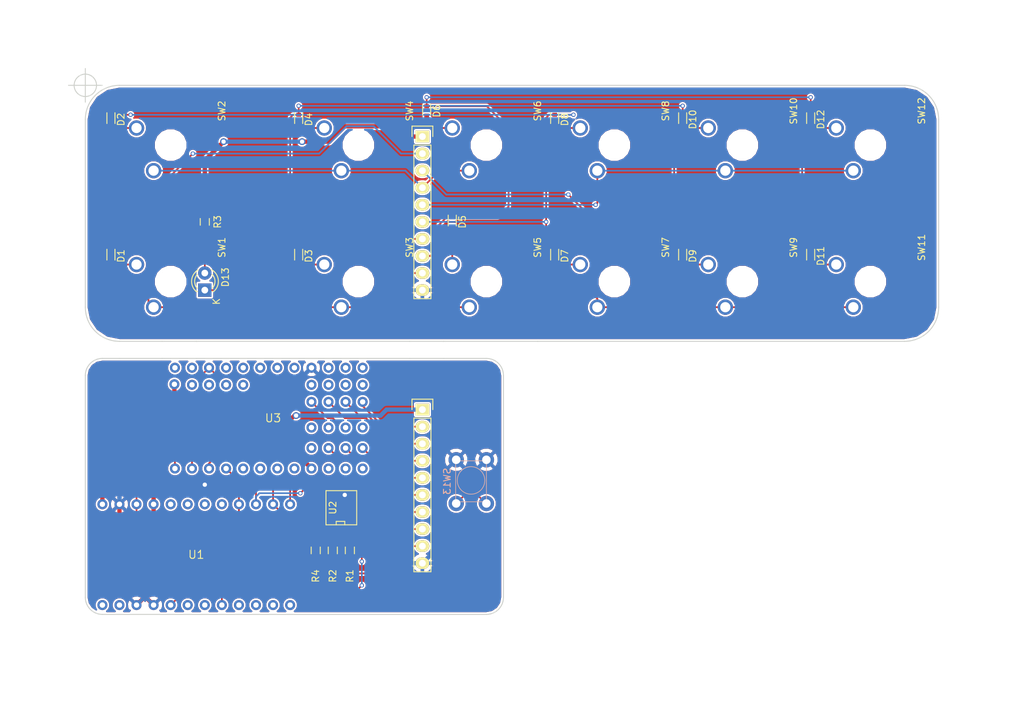
<source format=kicad_pcb>
(kicad_pcb (version 4) (host pcbnew 4.0.4-stable)
  (layers (0 F.Cu signal) (31 B.Cu signal) (34 B.Paste user) (35 F.Paste user) (36 B.SilkS user) (37 F.SilkS user) (38 B.Mask user) (39 F.Mask user) (44 Edge.Cuts user))
  (net 0 "")
  (net 1 /LED_MACRO)
  (net 2 "Net-(D1-Pad2)")
  (net 3 "Net-(D2-Pad2)")
  (net 4 "Net-(D3-Pad2)")
  (net 5 "Net-(D4-Pad2)")
  (net 6 "Net-(D5-Pad2)")
  (net 7 "Net-(D6-Pad2)")
  (net 8 "Net-(D7-Pad2)")
  (net 9 "Net-(D8-Pad2)")
  (net 10 "Net-(D9-Pad2)")
  (net 11 "Net-(D10-Pad2)")
  (net 12 "Net-(D11-Pad2)")
  (net 13 "Net-(D12-Pad2)")
  (net 14 "Net-(D13-Pad2)")
  (net 15 +3V3)
  (net 16 GND)
  (net 17 "Net-(R2-Pad2)")
  (net 18 /FLASH_SS)
  (net 19 /SCK)
  (net 20 /MISO)
  (net 21 /MOSI)
  (net 22 /USB_SS)
  (net 23 +5V)
  (net 24 "Net-(R1-Pad2)")
  (net 25 /kR1)
  (net 26 /kR2)
  (net 27 /kLED_MACRO)
  (net 28 /kC3)
  (net 29 /kC1)
  (net 30 /kC0)
  (net 31 /RST)
  (net 32 /kR0)
  (net 33 /GO0)
  (net 34 /GO1)
  (net 35 /GO2)
  (net 36 /GO3)
  (net 37 /GI0)
  (net 38 /GI1)
  (net 39 /GI2)
  (net 40 /kC2)
  (module components:UHS_MINI (layer F.Cu) (at 52.705 74.93)
    (fp_text reference U3 (at 0.635 0 180) (layer F.SilkS) (effects (font (size 1.2 1.2))))
    (fp_text value USB_HOST_SHIELD_MINI)
    (pad 25 thru_hole circle (at -14.05 -5.04) (size 1.5 1.5) (drill 0.8) (layers *.Cu *.Mask) (net 23 +5V))
    (pad 29 thru_hole circle (at -3.81 -4.96) (size 1.5 1.5) (drill 0.8) (layers *.Cu *.Mask))
    (pad 28 thru_hole circle (at -6.35 -4.96) (size 1.5 1.5) (drill 0.8) (layers *.Cu *.Mask))
    (pad 27 thru_hole circle (at -8.89 -4.96) (size 1.5 1.5) (drill 0.8) (layers *.Cu *.Mask))
    (pad 26 thru_hole circle (at -11.43 -4.96) (size 1.5 1.5) (drill 0.8) (layers *.Cu *.Mask))
    (pad 41 thru_hole circle (at 6.35 -2.42) (size 1.5 1.5) (drill 0.8) (layers *.Cu *.Mask) (net 36 /GO3))
    (pad 40 thru_hole circle (at 8.89 -2.42) (size 1.5 1.5) (drill 0.8) (layers *.Cu *.Mask) (net 35 /GO2))
    (pad 39 thru_hole circle (at 11.43 -2.42) (size 1.5 1.5) (drill 0.8) (layers *.Cu *.Mask) (net 34 /GO1))
    (pad 38 thru_hole circle (at 13.97 -2.42) (size 1.5 1.5) (drill 0.8) (layers *.Cu *.Mask) (net 33 /GO0))
    (pad 42 thru_hole circle (at 13.97 -4.96) (size 1.5 1.5) (drill 0.8) (layers *.Cu *.Mask))
    (pad 43 thru_hole circle (at 11.43 -4.96) (size 1.5 1.5) (drill 0.8) (layers *.Cu *.Mask))
    (pad 44 thru_hole circle (at 8.89 -4.96) (size 1.5 1.5) (drill 0.8) (layers *.Cu *.Mask))
    (pad 45 thru_hole circle (at 6.35 -4.96) (size 1.5 1.5) (drill 0.8) (layers *.Cu *.Mask))
    (pad 37 thru_hole circle (at 6.35 1.404) (size 1.5 1.5) (drill 0.8) (layers *.Cu *.Mask))
    (pad 36 thru_hole circle (at 8.89 1.404) (size 1.5 1.5) (drill 0.8) (layers *.Cu *.Mask))
    (pad 35 thru_hole circle (at 11.43 1.404) (size 1.5 1.5) (drill 0.8) (layers *.Cu *.Mask))
    (pad 34 thru_hole circle (at 13.97 1.404) (size 1.5 1.5) (drill 0.8) (layers *.Cu *.Mask))
    (pad 30 thru_hole circle (at 13.97 4.452) (size 1.5 1.5) (drill 0.8) (layers *.Cu *.Mask) (net 37 /GI0))
    (pad 31 thru_hole circle (at 11.43 4.452) (size 1.5 1.5) (drill 0.8) (layers *.Cu *.Mask) (net 38 /GI1))
    (pad 32 thru_hole circle (at 8.89 4.452) (size 1.5 1.5) (drill 0.8) (layers *.Cu *.Mask) (net 39 /GI2))
    (pad 33 thru_hole circle (at 6.35 4.452) (size 1.5 1.5) (drill 0.8) (layers *.Cu *.Mask))
    (pad 24 thru_hole circle (at -13.97 -7.5) (size 1.5 1.5) (drill 0.8) (layers *.Cu *.Mask))
    (pad 1 thru_hole circle (at -13.97 7.5) (size 1.5 1.5) (drill 0.8) (layers *.Cu *.Mask) (net 22 /USB_SS))
    (pad 23 thru_hole circle (at -11.43 -7.5) (size 1.5 1.5) (drill 0.8) (layers *.Cu *.Mask))
    (pad 2 thru_hole circle (at -11.43 7.5) (size 1.5 1.5) (drill 0.8) (layers *.Cu *.Mask) (net 21 /MOSI))
    (pad 22 thru_hole circle (at -8.89 -7.5) (size 1.5 1.5) (drill 0.8) (layers *.Cu *.Mask) (net 31 /RST))
    (pad 3 thru_hole circle (at -8.89 7.5) (size 1.5 1.5) (drill 0.8) (layers *.Cu *.Mask) (net 20 /MISO))
    (pad 21 thru_hole circle (at -6.35 -7.5) (size 1.5 1.5) (drill 0.8) (layers *.Cu *.Mask))
    (pad 4 thru_hole circle (at -6.35 7.5) (size 1.5 1.5) (drill 0.8) (layers *.Cu *.Mask) (net 19 /SCK))
    (pad 20 thru_hole circle (at -3.81 -7.5) (size 1.5 1.5) (drill 0.8) (layers *.Cu *.Mask))
    (pad 5 thru_hole circle (at -3.81 7.5) (size 1.5 1.5) (drill 0.8) (layers *.Cu *.Mask))
    (pad 19 thru_hole circle (at -1.27 -7.5) (size 1.5 1.5) (drill 0.8) (layers *.Cu *.Mask))
    (pad 6 thru_hole circle (at -1.27 7.5) (size 1.5 1.5) (drill 0.8) (layers *.Cu *.Mask))
    (pad 18 thru_hole circle (at 1.27 -7.5) (size 1.5 1.5) (drill 0.8) (layers *.Cu *.Mask))
    (pad 7 thru_hole circle (at 1.27 7.5) (size 1.5 1.5) (drill 0.8) (layers *.Cu *.Mask))
    (pad 17 thru_hole circle (at 3.81 -7.5) (size 1.5 1.5) (drill 0.8) (layers *.Cu *.Mask))
    (pad 8 thru_hole circle (at 3.81 7.5) (size 1.5 1.5) (drill 0.8) (layers *.Cu *.Mask))
    (pad 16 thru_hole circle (at 6.35 -7.5) (size 1.5 1.5) (drill 0.8) (layers *.Cu *.Mask) (net 16 GND))
    (pad 9 thru_hole circle (at 6.35 7.5) (size 1.5 1.5) (drill 0.8) (layers *.Cu *.Mask) (net 15 +3V3))
    (pad 15 thru_hole circle (at 8.89 -7.5) (size 1.5 1.5) (drill 0.8) (layers *.Cu *.Mask))
    (pad 10 thru_hole circle (at 8.89 7.5) (size 1.5 1.5) (drill 0.8) (layers *.Cu *.Mask))
    (pad 14 thru_hole circle (at 11.43 -7.5) (size 1.5 1.5) (drill 0.8) (layers *.Cu *.Mask))
    (pad 11 thru_hole circle (at 11.43 7.5) (size 1.5 1.5) (drill 0.8) (layers *.Cu *.Mask))
    (pad 13 thru_hole circle (at 13.97 -7.5) (size 1.5 1.5) (drill 0.8) (layers *.Cu *.Mask))
    (pad 12 thru_hole circle (at 13.97 7.5) (size 1.5 1.5) (drill 0.8) (layers *.Cu *.Mask))
  )
  (module Diodes_SMD:SOD-523 (layer F.Cu) (at 29.21 30.48 270)
    (fp_text reference D2 (at 0 -1.5 270) (layer F.SilkS))
    (fp_text value D)
    (pad 2 smd rect (at 0.7 0 90) (size 0.6 0.7) (layers F.Cu F.Paste F.Mask) (net 3 "Net-(D2-Pad2)"))
    (pad 1 smd rect (at -0.7 0 90) (size 0.6 0.7) (layers F.Cu F.Paste F.Mask) (net 32 /kR0))
  )
  (module Diodes_SMD:SOD-523 (layer F.Cu) (at 57.15 50.8 270)
    (fp_text reference D3 (at 0 -1.5 270) (layer F.SilkS))
    (fp_text value D)
    (pad 2 smd rect (at 0.7 0 90) (size 0.6 0.7) (layers F.Cu F.Paste F.Mask) (net 4 "Net-(D3-Pad2)"))
    (pad 1 smd rect (at -0.7 0 90) (size 0.6 0.7) (layers F.Cu F.Paste F.Mask) (net 25 /kR1))
  )
  (module Diodes_SMD:SOD-523 (layer F.Cu) (at 57.15 30.48 270)
    (fp_text reference D4 (at 0 -1.5 270) (layer F.SilkS))
    (fp_text value D)
    (pad 2 smd rect (at 0.7 0 90) (size 0.6 0.7) (layers F.Cu F.Paste F.Mask) (net 5 "Net-(D4-Pad2)"))
    (pad 1 smd rect (at -0.7 0 90) (size 0.6 0.7) (layers F.Cu F.Paste F.Mask) (net 25 /kR1))
  )
  (module Diodes_SMD:SOD-523 (layer F.Cu) (at 80.01 45.72 270)
    (fp_text reference D5 (at 0 -1.5 270) (layer F.SilkS))
    (fp_text value D)
    (pad 2 smd rect (at 0.7 0 90) (size 0.6 0.7) (layers F.Cu F.Paste F.Mask) (net 6 "Net-(D5-Pad2)"))
    (pad 1 smd rect (at -0.7 0 90) (size 0.6 0.7) (layers F.Cu F.Paste F.Mask) (net 26 /kR2))
  )
  (module Diodes_SMD:SOD-523 (layer F.Cu) (at 76.2 29.21 270)
    (fp_text reference D6 (at 0 -1.5 270) (layer F.SilkS))
    (fp_text value D)
    (pad 2 smd rect (at 0.7 0 90) (size 0.6 0.7) (layers F.Cu F.Paste F.Mask) (net 7 "Net-(D6-Pad2)"))
    (pad 1 smd rect (at -0.7 0 90) (size 0.6 0.7) (layers F.Cu F.Paste F.Mask) (net 26 /kR2))
  )
  (module Diodes_SMD:SOD-523 (layer F.Cu) (at 95.25 50.8 270)
    (fp_text reference D7 (at 0 -1.5 270) (layer F.SilkS))
    (fp_text value D)
    (pad 2 smd rect (at 0.7 0 90) (size 0.6 0.7) (layers F.Cu F.Paste F.Mask) (net 8 "Net-(D7-Pad2)"))
    (pad 1 smd rect (at -0.7 0 90) (size 0.6 0.7) (layers F.Cu F.Paste F.Mask) (net 32 /kR0))
  )
  (module Diodes_SMD:SOD-523 (layer F.Cu) (at 95.25 30.48 270)
    (fp_text reference D8 (at 0 -1.5 270) (layer F.SilkS))
    (fp_text value D)
    (pad 2 smd rect (at 0.7 0 90) (size 0.6 0.7) (layers F.Cu F.Paste F.Mask) (net 9 "Net-(D8-Pad2)"))
    (pad 1 smd rect (at -0.7 0 90) (size 0.6 0.7) (layers F.Cu F.Paste F.Mask) (net 32 /kR0))
  )
  (module Diodes_SMD:SOD-523 (layer F.Cu) (at 114.3 50.8 270)
    (fp_text reference D9 (at 0 -1.5 270) (layer F.SilkS))
    (fp_text value D)
    (pad 2 smd rect (at 0.7 0 90) (size 0.6 0.7) (layers F.Cu F.Paste F.Mask) (net 10 "Net-(D9-Pad2)"))
    (pad 1 smd rect (at -0.7 0 90) (size 0.6 0.7) (layers F.Cu F.Paste F.Mask) (net 25 /kR1))
  )
  (module Diodes_SMD:SOD-523 (layer F.Cu) (at 114.3 30.48 270)
    (fp_text reference D10 (at 0 -1.5 270) (layer F.SilkS))
    (fp_text value D)
    (pad 2 smd rect (at 0.7 0 90) (size 0.6 0.7) (layers F.Cu F.Paste F.Mask) (net 11 "Net-(D10-Pad2)"))
    (pad 1 smd rect (at -0.7 0 90) (size 0.6 0.7) (layers F.Cu F.Paste F.Mask) (net 25 /kR1))
  )
  (module Diodes_SMD:SOD-523 (layer F.Cu) (at 133.35 50.8 270)
    (fp_text reference D11 (at 0 -1.5 270) (layer F.SilkS))
    (fp_text value D)
    (pad 2 smd rect (at 0.7 0 90) (size 0.6 0.7) (layers F.Cu F.Paste F.Mask) (net 12 "Net-(D11-Pad2)"))
    (pad 1 smd rect (at -0.7 0 90) (size 0.6 0.7) (layers F.Cu F.Paste F.Mask) (net 26 /kR2))
  )
  (module Diodes_SMD:SOD-523 (layer F.Cu) (at 133.35 30.48 270)
    (fp_text reference D12 (at 0 -1.5 270) (layer F.SilkS))
    (fp_text value D)
    (pad 2 smd rect (at 0.7 0 90) (size 0.6 0.7) (layers F.Cu F.Paste F.Mask) (net 13 "Net-(D12-Pad2)"))
    (pad 1 smd rect (at -0.7 0 90) (size 0.6 0.7) (layers F.Cu F.Paste F.Mask) (net 26 /kR2))
  )
  (module Pin_Headers:Pin_Header_Straight_1x10 (layer F.Cu) (at 75.565 73.66)
    (fp_text reference P1 hide)
    (fp_text value CONN_01X10)
    (pad 1 thru_hole rect (at 0 0) (size 2.032 1.7272) (drill 1.016) (layers *.Cu *.Mask F.SilkS) (net 15 +3V3))
    (pad 2 thru_hole oval (at 0 2.54) (size 2.032 1.7272) (drill 1.016) (layers *.Cu *.Mask F.SilkS) (net 33 /GO0))
    (pad 3 thru_hole oval (at 0 5.08) (size 2.032 1.7272) (drill 1.016) (layers *.Cu *.Mask F.SilkS) (net 34 /GO1))
    (pad 4 thru_hole oval (at 0 7.62) (size 2.032 1.7272) (drill 1.016) (layers *.Cu *.Mask F.SilkS) (net 35 /GO2))
    (pad 5 thru_hole oval (at 0 10.16) (size 2.032 1.7272) (drill 1.016) (layers *.Cu *.Mask F.SilkS) (net 36 /GO3))
    (pad 6 thru_hole oval (at 0 12.7) (size 2.032 1.7272) (drill 1.016) (layers *.Cu *.Mask F.SilkS) (net 37 /GI0))
    (pad 7 thru_hole oval (at 0 15.24) (size 2.032 1.7272) (drill 1.016) (layers *.Cu *.Mask F.SilkS) (net 38 /GI1))
    (pad 8 thru_hole oval (at 0 17.78) (size 2.032 1.7272) (drill 1.016) (layers *.Cu *.Mask F.SilkS) (net 39 /GI2))
    (pad 9 thru_hole oval (at 0 20.32) (size 2.032 1.7272) (drill 1.016) (layers *.Cu *.Mask F.SilkS) (net 1 /LED_MACRO))
    (pad 10 thru_hole oval (at 0 22.86) (size 2.032 1.7272) (drill 1.016) (layers *.Cu *.Mask F.SilkS) (net 16 GND))
  )
  (module Pin_Headers:Pin_Header_Straight_1x10 (layer F.Cu) (at 75.565 33.02)
    (fp_text reference P2 hide)
    (fp_text value CONN_01X10)
    (pad 1 thru_hole rect (at 0 0) (size 2.032 1.7272) (drill 1.016) (layers *.Cu *.Mask F.SilkS) (net 15 +3V3))
    (pad 2 thru_hole oval (at 0 2.54) (size 2.032 1.7272) (drill 1.016) (layers *.Cu *.Mask F.SilkS) (net 30 /kC0))
    (pad 3 thru_hole oval (at 0 5.08) (size 2.032 1.7272) (drill 1.016) (layers *.Cu *.Mask F.SilkS) (net 29 /kC1))
    (pad 4 thru_hole oval (at 0 7.62) (size 2.032 1.7272) (drill 1.016) (layers *.Cu *.Mask F.SilkS) (net 40 /kC2))
    (pad 5 thru_hole oval (at 0 10.16) (size 2.032 1.7272) (drill 1.016) (layers *.Cu *.Mask F.SilkS) (net 28 /kC3))
    (pad 6 thru_hole oval (at 0 12.7) (size 2.032 1.7272) (drill 1.016) (layers *.Cu *.Mask F.SilkS) (net 32 /kR0))
    (pad 7 thru_hole oval (at 0 15.24) (size 2.032 1.7272) (drill 1.016) (layers *.Cu *.Mask F.SilkS) (net 25 /kR1))
    (pad 8 thru_hole oval (at 0 17.78) (size 2.032 1.7272) (drill 1.016) (layers *.Cu *.Mask F.SilkS) (net 26 /kR2))
    (pad 9 thru_hole oval (at 0 20.32) (size 2.032 1.7272) (drill 1.016) (layers *.Cu *.Mask F.SilkS) (net 27 /kLED_MACRO))
    (pad 10 thru_hole oval (at 0 22.86) (size 2.032 1.7272) (drill 1.016) (layers *.Cu *.Mask F.SilkS) (net 16 GND))
  )
  (module Resistors_SMD:R_0603_HandSoldering (layer F.Cu) (at 64.77 94.615 90)
    (fp_text reference R1 (at -3.81 0 90) (layer F.SilkS))
    (fp_text value 4k7)
    (pad 1 smd rect (at -1.1 0 90) (size 1.2 0.9) (layers F.Cu F.Paste F.Mask) (net 15 +3V3))
    (pad 2 smd rect (at 1.1 0 90) (size 1.2 0.9) (layers F.Cu F.Paste F.Mask) (net 24 "Net-(R1-Pad2)"))
  )
  (module Resistors_SMD:R_0603_HandSoldering (layer F.Cu) (at 62.23 94.615 90)
    (fp_text reference R2 (at -3.81 0 90) (layer F.SilkS))
    (fp_text value 4k7)
    (pad 1 smd rect (at -1.1 0 90) (size 1.2 0.9) (layers F.Cu F.Paste F.Mask) (net 15 +3V3))
    (pad 2 smd rect (at 1.1 0 90) (size 1.2 0.9) (layers F.Cu F.Paste F.Mask) (net 17 "Net-(R2-Pad2)"))
  )
  (module Resistors_SMD:R_0603_HandSoldering (layer F.Cu) (at 43.18 45.72 270)
    (fp_text reference R3 (at 0 -1.9 270) (layer F.SilkS))
    (fp_text value 330)
    (pad 1 smd rect (at -1.1 0 270) (size 1.2 0.9) (layers F.Cu F.Paste F.Mask) (net 15 +3V3))
    (pad 2 smd rect (at 1.1 0 270) (size 1.2 0.9) (layers F.Cu F.Paste F.Mask) (net 14 "Net-(D13-Pad2)"))
  )
  (module components:CHERRY_MX (layer F.Cu) (at 38.1 54.61 90)
    (fp_text reference SW1 (at 5.08 7.62 90) (layer F.SilkS))
    (fp_text value SW_PUSH_SMALL_H)
    (pad "" np_thru_hole circle (at 0 0 90) (size 4.191 4.191) (drill 4.191) (layers *.Cu *.Adhes))
    (pad 1 thru_hole circle (at -3.81 -2.54 90) (size 2.286 2.286) (drill 1.524) (layers *.Cu *.Mask) (net 30 /kC0))
    (pad 2 thru_hole circle (at 2.54 -5.08 90) (size 2.286 2.286) (drill 1.524) (layers *.Cu *.Mask) (net 2 "Net-(D1-Pad2)"))
  )
  (module components:CHERRY_MX (layer F.Cu) (at 38.1 34.29 90)
    (fp_text reference SW2 (at 5.08 7.62 90) (layer F.SilkS))
    (fp_text value SW_PUSH_SMALL_H)
    (pad "" np_thru_hole circle (at 0 0 90) (size 4.191 4.191) (drill 4.191) (layers *.Cu *.Adhes))
    (pad 1 thru_hole circle (at -3.81 -2.54 90) (size 2.286 2.286) (drill 1.524) (layers *.Cu *.Mask) (net 40 /kC2))
    (pad 2 thru_hole circle (at 2.54 -5.08 90) (size 2.286 2.286) (drill 1.524) (layers *.Cu *.Mask) (net 3 "Net-(D2-Pad2)"))
  )
  (module components:CHERRY_MX (layer F.Cu) (at 66.04 54.61 90)
    (fp_text reference SW3 (at 5.08 7.62 90) (layer F.SilkS))
    (fp_text value SW_PUSH_SMALL_H)
    (pad "" np_thru_hole circle (at 0 0 90) (size 4.191 4.191) (drill 4.191) (layers *.Cu *.Adhes))
    (pad 1 thru_hole circle (at -3.81 -2.54 90) (size 2.286 2.286) (drill 1.524) (layers *.Cu *.Mask) (net 30 /kC0))
    (pad 2 thru_hole circle (at 2.54 -5.08 90) (size 2.286 2.286) (drill 1.524) (layers *.Cu *.Mask) (net 4 "Net-(D3-Pad2)"))
  )
  (module components:CHERRY_MX (layer F.Cu) (at 66.04 34.29 90)
    (fp_text reference SW4 (at 5.08 7.62 90) (layer F.SilkS))
    (fp_text value SW_PUSH_SMALL_H)
    (pad "" np_thru_hole circle (at 0 0 90) (size 4.191 4.191) (drill 4.191) (layers *.Cu *.Adhes))
    (pad 1 thru_hole circle (at -3.81 -2.54 90) (size 2.286 2.286) (drill 1.524) (layers *.Cu *.Mask) (net 40 /kC2))
    (pad 2 thru_hole circle (at 2.54 -5.08 90) (size 2.286 2.286) (drill 1.524) (layers *.Cu *.Mask) (net 5 "Net-(D4-Pad2)"))
  )
  (module components:CHERRY_MX (layer F.Cu) (at 85.09 54.61 90)
    (fp_text reference SW5 (at 5.08 7.62 90) (layer F.SilkS))
    (fp_text value SW_PUSH_SMALL_H)
    (pad "" np_thru_hole circle (at 0 0 90) (size 4.191 4.191) (drill 4.191) (layers *.Cu *.Adhes))
    (pad 1 thru_hole circle (at -3.81 -2.54 90) (size 2.286 2.286) (drill 1.524) (layers *.Cu *.Mask) (net 30 /kC0))
    (pad 2 thru_hole circle (at 2.54 -5.08 90) (size 2.286 2.286) (drill 1.524) (layers *.Cu *.Mask) (net 6 "Net-(D5-Pad2)"))
  )
  (module components:CHERRY_MX (layer F.Cu) (at 85.09 34.29 90)
    (fp_text reference SW6 (at 5.08 7.62 90) (layer F.SilkS))
    (fp_text value SW_PUSH_SMALL_H)
    (pad "" np_thru_hole circle (at 0 0 90) (size 4.191 4.191) (drill 4.191) (layers *.Cu *.Adhes))
    (pad 1 thru_hole circle (at -3.81 -2.54 90) (size 2.286 2.286) (drill 1.524) (layers *.Cu *.Mask) (net 40 /kC2))
    (pad 2 thru_hole circle (at 2.54 -5.08 90) (size 2.286 2.286) (drill 1.524) (layers *.Cu *.Mask) (net 7 "Net-(D6-Pad2)"))
  )
  (module components:CHERRY_MX (layer F.Cu) (at 104.14 54.61 90)
    (fp_text reference SW7 (at 5.08 7.62 90) (layer F.SilkS))
    (fp_text value SW_PUSH_SMALL_H)
    (pad "" np_thru_hole circle (at 0 0 90) (size 4.191 4.191) (drill 4.191) (layers *.Cu *.Adhes))
    (pad 1 thru_hole circle (at -3.81 -2.54 90) (size 2.286 2.286) (drill 1.524) (layers *.Cu *.Mask) (net 29 /kC1))
    (pad 2 thru_hole circle (at 2.54 -5.08 90) (size 2.286 2.286) (drill 1.524) (layers *.Cu *.Mask) (net 8 "Net-(D7-Pad2)"))
  )
  (module components:CHERRY_MX (layer F.Cu) (at 104.14 34.29 90)
    (fp_text reference SW8 (at 5.08 7.62 90) (layer F.SilkS))
    (fp_text value SW_PUSH_SMALL_H)
    (pad "" np_thru_hole circle (at 0 0 90) (size 4.191 4.191) (drill 4.191) (layers *.Cu *.Adhes))
    (pad 1 thru_hole circle (at -3.81 -2.54 90) (size 2.286 2.286) (drill 1.524) (layers *.Cu *.Mask) (net 28 /kC3))
    (pad 2 thru_hole circle (at 2.54 -5.08 90) (size 2.286 2.286) (drill 1.524) (layers *.Cu *.Mask) (net 9 "Net-(D8-Pad2)"))
  )
  (module components:CHERRY_MX (layer F.Cu) (at 123.19 54.61 90)
    (fp_text reference SW9 (at 5.08 7.62 90) (layer F.SilkS))
    (fp_text value SW_PUSH_SMALL_H)
    (pad "" np_thru_hole circle (at 0 0 90) (size 4.191 4.191) (drill 4.191) (layers *.Cu *.Adhes))
    (pad 1 thru_hole circle (at -3.81 -2.54 90) (size 2.286 2.286) (drill 1.524) (layers *.Cu *.Mask) (net 29 /kC1))
    (pad 2 thru_hole circle (at 2.54 -5.08 90) (size 2.286 2.286) (drill 1.524) (layers *.Cu *.Mask) (net 10 "Net-(D9-Pad2)"))
  )
  (module components:CHERRY_MX (layer F.Cu) (at 123.19 34.29 90)
    (fp_text reference SW10 (at 5.08 7.62 90) (layer F.SilkS))
    (fp_text value SW_PUSH_SMALL_H)
    (pad "" np_thru_hole circle (at 0 0 90) (size 4.191 4.191) (drill 4.191) (layers *.Cu *.Adhes))
    (pad 1 thru_hole circle (at -3.81 -2.54 90) (size 2.286 2.286) (drill 1.524) (layers *.Cu *.Mask) (net 28 /kC3))
    (pad 2 thru_hole circle (at 2.54 -5.08 90) (size 2.286 2.286) (drill 1.524) (layers *.Cu *.Mask) (net 11 "Net-(D10-Pad2)"))
  )
  (module components:CHERRY_MX (layer F.Cu) (at 142.24 54.61 90)
    (fp_text reference SW11 (at 5.08 7.62 90) (layer F.SilkS))
    (fp_text value SW_PUSH_SMALL_H)
    (pad "" np_thru_hole circle (at 0 0 90) (size 4.191 4.191) (drill 4.191) (layers *.Cu *.Adhes))
    (pad 1 thru_hole circle (at -3.81 -2.54 90) (size 2.286 2.286) (drill 1.524) (layers *.Cu *.Mask) (net 29 /kC1))
    (pad 2 thru_hole circle (at 2.54 -5.08 90) (size 2.286 2.286) (drill 1.524) (layers *.Cu *.Mask) (net 12 "Net-(D11-Pad2)"))
  )
  (module components:CHERRY_MX (layer F.Cu) (at 142.24 34.29 90)
    (fp_text reference SW12 (at 5.08 7.62 90) (layer F.SilkS))
    (fp_text value SW_PUSH_SMALL_H)
    (pad "" np_thru_hole circle (at 0 0 90) (size 4.191 4.191) (drill 4.191) (layers *.Cu *.Adhes))
    (pad 1 thru_hole circle (at -3.81 -2.54 90) (size 2.286 2.286) (drill 1.524) (layers *.Cu *.Mask) (net 28 /kC3))
    (pad 2 thru_hole circle (at 2.54 -5.08 90) (size 2.286 2.286) (drill 1.524) (layers *.Cu *.Mask) (net 13 "Net-(D12-Pad2)"))
  )
  (module SMD_Packages:SOIC-8-N (layer F.Cu) (at 63.5 88.265 90)
    (fp_text reference U2 (at 0 -1.27 90) (layer F.SilkS))
    (fp_text value IS25LQ)
    (pad 8 smd rect (at -1.905 -3.175 90) (size 0.508 1.143) (layers F.Cu F.Paste F.Mask) (net 15 +3V3))
    (pad 7 smd rect (at -0.635 -3.175 90) (size 0.508 1.143) (layers F.Cu F.Paste F.Mask) (net 17 "Net-(R2-Pad2)"))
    (pad 6 smd rect (at 0.635 -3.175 90) (size 0.508 1.143) (layers F.Cu F.Paste F.Mask) (net 19 /SCK))
    (pad 5 smd rect (at 1.905 -3.175 90) (size 0.508 1.143) (layers F.Cu F.Paste F.Mask) (net 21 /MOSI))
    (pad 4 smd rect (at 1.905 3.175 90) (size 0.508 1.143) (layers F.Cu F.Paste F.Mask) (net 16 GND))
    (pad 3 smd rect (at 0.635 3.175 90) (size 0.508 1.143) (layers F.Cu F.Paste F.Mask) (net 24 "Net-(R1-Pad2)"))
    (pad 2 smd rect (at -0.635 3.175 90) (size 0.508 1.143) (layers F.Cu F.Paste F.Mask) (net 20 /MISO))
    (pad 1 smd rect (at -1.905 3.175 90) (size 0.508 1.143) (layers F.Cu F.Paste F.Mask) (net 18 /FLASH_SS))
  )
  (module components:LEO_PRO_MICRO (layer F.Cu) (at 41.91 95.25)
    (fp_text reference U1 (at 0 0 180) (layer F.SilkS) (effects (font (size 1.2 1.2))))
    (fp_text value LEO_PRO_MICRO)
    (pad 24 thru_hole circle (at -13.97 -7.5) (size 1.5 1.5) (drill 0.8) (layers *.Cu *.Mask) (net 23 +5V))
    (pad 1 thru_hole circle (at -13.97 7.5) (size 1.5 1.5) (drill 0.8255) (layers *.Cu *.Mask))
    (pad 23 thru_hole circle (at -11.43 -7.5) (size 1.5 1.5) (drill 0.8) (layers *.Cu *.Mask) (net 16 GND))
    (pad 2 thru_hole circle (at -11.43 7.5) (size 1.5 1.5) (drill 0.8) (layers *.Cu *.Mask))
    (pad 22 thru_hole circle (at -8.89 -7.5) (size 1.5 1.5) (drill 0.8) (layers *.Cu *.Mask) (net 31 /RST))
    (pad 3 thru_hole circle (at -8.89 7.5) (size 1.5 1.5) (drill 0.8) (layers *.Cu *.Mask) (net 16 GND))
    (pad 21 thru_hole circle (at -6.35 -7.5) (size 1.5 1.5) (drill 0.8) (layers *.Cu *.Mask) (net 15 +3V3))
    (pad 4 thru_hole circle (at -6.35 7.5) (size 1.5 1.5) (drill 0.8) (layers *.Cu *.Mask) (net 16 GND))
    (pad 20 thru_hole circle (at -3.81 -7.5) (size 1.5 1.5) (drill 0.8) (layers *.Cu *.Mask))
    (pad 5 thru_hole circle (at -3.81 7.5) (size 1.5 1.5) (drill 0.8) (layers *.Cu *.Mask) (net 1 /LED_MACRO))
    (pad 19 thru_hole circle (at -1.27 -7.5) (size 1.5 1.5) (drill 0.8) (layers *.Cu *.Mask))
    (pad 6 thru_hole circle (at -1.27 7.5) (size 1.5 1.5) (drill 0.8) (layers *.Cu *.Mask))
    (pad 18 thru_hole circle (at 1.27 -7.5) (size 1.5 1.5) (drill 0.8) (layers *.Cu *.Mask))
    (pad 7 thru_hole circle (at 1.27 7.5) (size 1.5 1.5) (drill 0.8) (layers *.Cu *.Mask))
    (pad 17 thru_hole circle (at 3.81 -7.5) (size 1.5 1.5) (drill 0.8) (layers *.Cu *.Mask))
    (pad 8 thru_hole circle (at 3.81 7.5) (size 1.5 1.5) (drill 0.8) (layers *.Cu *.Mask) (net 18 /FLASH_SS))
    (pad 16 thru_hole circle (at 6.35 -7.5) (size 1.5 1.5) (drill 0.8) (layers *.Cu *.Mask) (net 19 /SCK))
    (pad 9 thru_hole circle (at 6.35 7.5) (size 1.5 1.5) (drill 0.8) (layers *.Cu *.Mask))
    (pad 15 thru_hole circle (at 8.89 -7.5) (size 1.5 1.5) (drill 0.8) (layers *.Cu *.Mask) (net 20 /MISO))
    (pad 10 thru_hole circle (at 8.89 7.5) (size 1.5 1.5) (drill 0.8) (layers *.Cu *.Mask))
    (pad 14 thru_hole circle (at 11.43 -7.5) (size 1.5 1.5) (drill 0.8) (layers *.Cu *.Mask) (net 21 /MOSI))
    (pad 11 thru_hole circle (at 11.43 7.5) (size 1.5 1.5) (drill 0.8) (layers *.Cu *.Mask))
    (pad 13 thru_hole circle (at 13.97 -7.5) (size 1.5 1.5) (drill 0.8) (layers *.Cu *.Mask) (net 22 /USB_SS))
    (pad 12 thru_hole circle (at 13.97 7.5) (size 1.5 1.5) (drill 0.8) (layers *.Cu *.Mask))
  )
  (module Diodes_SMD:SOD-523 (layer F.Cu) (at 29.21 50.8 270)
    (fp_text reference D1 (at 0 -1.5 270) (layer F.SilkS))
    (fp_text value D)
    (pad 2 smd rect (at 0.7 0 90) (size 0.6 0.7) (layers F.Cu F.Paste F.Mask) (net 2 "Net-(D1-Pad2)"))
    (pad 1 smd rect (at -0.7 0 90) (size 0.6 0.7) (layers F.Cu F.Paste F.Mask) (net 32 /kR0))
  )
  (module LEDs:LED-3MM (layer F.Cu) (at 43.18 55.88 90)
    (fp_text reference D13 (at 1.91 3.06 90) (layer F.SilkS))
    (fp_text value LED)
    (fp_text user K (at -1.69 1.74 90) (layer F.SilkS))
    (pad 1 thru_hole rect (at 0 0 180) (size 2 2) (drill 1.00076) (layers *.Cu *.Mask) (net 27 /kLED_MACRO))
    (pad 2 thru_hole circle (at 2.54 0 90) (size 2 2) (drill 1.00076) (layers *.Cu *.Mask) (net 14 "Net-(D13-Pad2)"))
  )
  (module Resistors_SMD:R_0603_HandSoldering (layer F.Cu) (at 59.69 94.615 90)
    (fp_text reference R4 (at -3.81 0 90) (layer F.SilkS))
    (fp_text value 4k7)
    (pad 1 smd rect (at -1.1 0 90) (size 1.2 0.9) (layers F.Cu F.Paste F.Mask) (net 15 +3V3))
    (pad 2 smd rect (at 1.1 0 90) (size 1.2 0.9) (layers F.Cu F.Paste F.Mask) (net 31 /RST))
  )
  (module components:SW_TACTILE_THT (layer B.Cu) (at 85.09 87.63 90)
    (fp_text reference SW13 (at 3.302 -5.842 90) (layer B.SilkS) (effects (justify mirror)))
    (fp_text value SW_PUSH)
    (pad 1 thru_hole circle (at 0 0 90) (size 2.286 2.286) (drill 1.27) (layers *.Cu *.Mask) (net 31 /RST))
    (pad 1 thru_hole circle (at 0 -4.4958 90) (size 2.286 2.286) (drill 1.27) (layers *.Cu *.Mask) (net 31 /RST))
    (pad 2 thru_hole circle (at 6.5024 0 90) (size 2.286 2.286) (drill 1.27) (layers *.Cu *.Mask) (net 16 GND))
    (pad 2 thru_hole circle (at 6.5024 -4.4958 90) (size 2.286 2.286) (drill 1.27) (layers *.Cu *.Mask) (net 16 GND))
  )
  (gr_line (start 41.91 66.04) (end 36.83 66.04) (angle 90) (layer Edge.Cuts) (width 0.15))
  (gr_line (start 36.83 63.5) (end 41.91 63.5) (angle 90) (layer Edge.Cuts) (width 0.15))
  (gr_line (start 73.66 66.04) (end 78.74 66.04) (angle 90) (layer Edge.Cuts) (width 0.15))
  (gr_line (start 78.74 63.5) (end 73.66 63.5) (angle 90) (layer Edge.Cuts) (width 0.15))
  (gr_line (start 73.66 66.04) (end 41.91 66.04) (angle 90) (layer Edge.Cuts) (width 0.15))
  (gr_line (start 41.91 63.5) (end 73.66 63.5) (angle 90) (layer Edge.Cuts) (width 0.15))
  (gr_line (start 85.09 66.04) (end 78.74 66.04) (angle 90) (layer Edge.Cuts) (width 0.15))
  (gr_line (start 92.71 63.5) (end 78.74 63.5) (angle 90) (layer Edge.Cuts) (width 0.15))
  (gr_line (start 87.63 68.58) (end 87.63 101.6) (angle 90) (layer Edge.Cuts) (width 0.15))
  (gr_arc (start 85.09 68.58) (end 85.09 66.04) (angle 90) (layer Edge.Cuts) (width 0.15))
  (gr_line (start 27.94 104.14) (end 85.09 104.14) (angle 90) (layer Edge.Cuts) (width 0.15))
  (gr_arc (start 85.09 101.6) (end 87.63 101.6) (angle 90) (layer Edge.Cuts) (width 0.15))
  (gr_line (start 30.48 66.04) (end 36.83 66.04) (angle 90) (layer Edge.Cuts) (width 0.15))
  (gr_line (start 36.83 63.5) (end 30.48 63.5) (angle 90) (layer Edge.Cuts) (width 0.15))
  (gr_line (start 147.32 63.5) (end 92.71 63.5) (angle 90) (layer Edge.Cuts) (width 0.15))
  (gr_line (start 25.4 101.6) (end 25.4 68.58) (angle 90) (layer Edge.Cuts) (width 0.15))
  (gr_arc (start 27.94 101.6) (end 27.94 104.14) (angle 90) (layer Edge.Cuts) (width 0.15))
  (gr_arc (start 27.94 68.58) (end 25.4 68.58) (angle 90) (layer Edge.Cuts) (width 0.15))
  (gr_line (start 30.48 66.04) (end 27.94 66.04) (angle 90) (layer Edge.Cuts) (width 0.15))
  (gr_line (start 152.4 30.48) (end 152.4 58.42) (angle 90) (layer Edge.Cuts) (width 0.15))
  (gr_line (start 25.4 30.48) (end 25.4 58.42) (angle 90) (layer Edge.Cuts) (width 0.15))
  (gr_line (start 147.32 25.4) (end 30.48 25.4) (angle 90) (layer Edge.Cuts) (width 0.15))
  (gr_arc (start 147.32 30.48) (end 147.32 25.4) (angle 90) (layer Edge.Cuts) (width 0.15))
  (gr_arc (start 147.32 58.42) (end 152.4 58.42) (angle 90) (layer Edge.Cuts) (width 0.15))
  (gr_arc (start 30.48 58.42) (end 30.48 63.5) (angle 90) (layer Edge.Cuts) (width 0.15))
  (gr_arc (start 30.48 30.48) (end 25.4 30.48) (angle 90) (layer Edge.Cuts) (width 0.15))
  (target plus (at 25.4 25.4) (size 5) (width 0.15) (layer Edge.Cuts))
  (segment (start 38.1 102.75) (end 42.806 98.044) (width 0.254) (layer F.Cu) (net 1))
  (segment (start 73.152 93.98) (end 75.565 93.98) (width 0.254) (layer F.Cu) (net 1))
  (segment (start 69.088 98.044) (end 73.152 93.98) (width 0.254) (layer F.Cu) (net 1))
  (segment (start 42.806 98.044) (end 69.088 98.044) (width 0.254) (layer F.Cu) (net 1))
  (segment (start 33.02 52.07) (end 29.78 52.07) (width 0.254) (layer F.Cu) (net 2))
  (segment (start 29.78 52.07) (end 29.21 51.5) (width 0.254) (layer F.Cu) (net 2))
  (segment (start 33.02 31.75) (end 29.78 31.75) (width 0.254) (layer F.Cu) (net 3))
  (segment (start 29.78 31.75) (end 29.21 31.18) (width 0.254) (layer F.Cu) (net 3))
  (segment (start 60.96 52.07) (end 57.72 52.07) (width 0.254) (layer F.Cu) (net 4))
  (segment (start 57.72 52.07) (end 57.15 51.5) (width 0.254) (layer F.Cu) (net 4))
  (segment (start 60.96 31.75) (end 57.72 31.75) (width 0.254) (layer F.Cu) (net 5))
  (segment (start 57.72 31.75) (end 57.15 31.18) (width 0.254) (layer F.Cu) (net 5))
  (segment (start 80.01 52.07) (end 80.01 46.42) (width 0.254) (layer F.Cu) (net 6))
  (segment (start 80.01 31.75) (end 78.04 31.75) (width 0.254) (layer F.Cu) (net 7))
  (segment (start 78.04 31.75) (end 76.2 29.91) (width 0.254) (layer F.Cu) (net 7))
  (segment (start 99.06 52.07) (end 95.82 52.07) (width 0.254) (layer F.Cu) (net 8))
  (segment (start 95.82 52.07) (end 95.25 51.5) (width 0.254) (layer F.Cu) (net 8))
  (segment (start 99.06 31.75) (end 95.82 31.75) (width 0.254) (layer F.Cu) (net 9))
  (segment (start 95.82 31.75) (end 95.25 31.18) (width 0.254) (layer F.Cu) (net 9))
  (segment (start 118.11 52.07) (end 114.87 52.07) (width 0.254) (layer F.Cu) (net 10))
  (segment (start 114.87 52.07) (end 114.3 51.5) (width 0.254) (layer F.Cu) (net 10))
  (segment (start 118.11 31.75) (end 114.87 31.75) (width 0.254) (layer F.Cu) (net 11))
  (segment (start 114.87 31.75) (end 114.3 31.18) (width 0.254) (layer F.Cu) (net 11))
  (segment (start 137.16 52.07) (end 133.92 52.07) (width 0.254) (layer F.Cu) (net 12))
  (segment (start 133.92 52.07) (end 133.35 51.5) (width 0.254) (layer F.Cu) (net 12))
  (segment (start 137.16 31.75) (end 133.92 31.75) (width 0.254) (layer F.Cu) (net 13))
  (segment (start 133.92 31.75) (end 133.35 31.18) (width 0.254) (layer F.Cu) (net 13))
  (segment (start 43.18 53.34) (end 43.18 46.82) (width 0.254) (layer F.Cu) (net 14))
  (segment (start 35.56 87.75) (end 35.56 81.534) (width 0.635) (layer F.Cu) (net 15))
  (segment (start 35.56 81.534) (end 36.576 80.518) (width 0.635) (layer F.Cu) (net 15))
  (segment (start 40.132 91.694) (end 37.846 91.694) (width 0.635) (layer F.Cu) (net 15))
  (segment (start 60.325 90.17) (end 58.928 90.17) (width 0.635) (layer F.Cu) (net 15))
  (segment (start 57.404 91.694) (end 58.928 90.17) (width 0.635) (layer F.Cu) (net 15))
  (segment (start 40.132 91.694) (end 57.404 91.694) (width 0.635) (layer F.Cu) (net 15))
  (segment (start 35.56 89.408) (end 35.56 87.75) (width 0.635) (layer F.Cu) (net 15))
  (segment (start 37.846 91.694) (end 35.56 89.408) (width 0.635) (layer F.Cu) (net 15))
  (segment (start 43.18 44.62) (end 43.18 36.576) (width 0.635) (layer F.Cu) (net 15))
  (segment (start 73.406 33.02) (end 75.565 33.02) (width 0.635) (layer F.Cu) (net 15))
  (segment (start 71.882 31.496) (end 73.406 33.02) (width 0.635) (layer F.Cu) (net 15))
  (segment (start 64.008 31.496) (end 71.882 31.496) (width 0.635) (layer F.Cu) (net 15))
  (segment (start 61.722 33.782) (end 64.008 31.496) (width 0.635) (layer F.Cu) (net 15))
  (segment (start 57.658 33.782) (end 61.722 33.782) (width 0.635) (layer F.Cu) (net 15))
  (via (at 57.658 33.782) (size 1.016) (drill 0.635) (layers F.Cu B.Cu) (net 15))
  (segment (start 45.974 33.782) (end 57.658 33.782) (width 0.635) (layer B.Cu) (net 15))
  (via (at 45.974 33.782) (size 1.016) (drill 0.635) (layers F.Cu B.Cu) (net 15))
  (segment (start 43.18 36.576) (end 45.974 33.782) (width 0.635) (layer F.Cu) (net 15))
  (segment (start 53.8445 77.2195) (end 56.515 74.549) (width 0.635) (layer F.Cu) (net 15))
  (segment (start 70.231 73.66) (end 75.565 73.66) (width 0.635) (layer B.Cu) (net 15))
  (segment (start 69.342 74.549) (end 70.231 73.66) (width 0.635) (layer B.Cu) (net 15))
  (segment (start 56.769 74.549) (end 69.342 74.549) (width 0.635) (layer B.Cu) (net 15))
  (via (at 56.769 74.549) (size 1.016) (drill 0.635) (layers F.Cu B.Cu) (net 15))
  (segment (start 56.515 74.549) (end 56.769 74.549) (width 0.635) (layer F.Cu) (net 15))
  (segment (start 60.96 95.715) (end 60.96 90.805) (width 0.635) (layer F.Cu) (net 15))
  (segment (start 60.96 90.805) (end 60.325 90.17) (width 0.635) (layer F.Cu) (net 15))
  (segment (start 53.841 77.216) (end 53.8445 77.2195) (width 0.635) (layer F.Cu) (net 15))
  (segment (start 36.576 80.518) (end 39.878 77.216) (width 0.635) (layer F.Cu) (net 15))
  (segment (start 39.878 77.216) (end 53.841 77.216) (width 0.635) (layer F.Cu) (net 15))
  (segment (start 53.8445 77.2195) (end 59.055 82.43) (width 0.635) (layer F.Cu) (net 15))
  (segment (start 62.23 95.715) (end 64.77 95.715) (width 0.635) (layer F.Cu) (net 15))
  (segment (start 59.69 95.715) (end 60.96 95.715) (width 0.635) (layer F.Cu) (net 15))
  (segment (start 60.96 95.715) (end 62.23 95.715) (width 0.635) (layer F.Cu) (net 15))
  (segment (start 33.02 102.75) (end 34.29 101.48) (width 0.635) (layer F.Cu) (net 16))
  (segment (start 34.29 101.48) (end 34.29 101.473) (width 0.635) (layer F.Cu) (net 16))
  (segment (start 34.29 101.473) (end 34.29 101.48) (width 0.635) (layer F.Cu) (net 16))
  (segment (start 35.56 102.75) (end 34.29 101.48) (width 0.635) (layer F.Cu) (net 16))
  (segment (start 34.29 101.48) (end 33.02 100.21) (width 0.635) (layer F.Cu) (net 16))
  (segment (start 30.48 93.726) (end 30.48 87.75) (width 0.635) (layer F.Cu) (net 16))
  (segment (start 33.02 96.266) (end 30.48 93.726) (width 0.635) (layer F.Cu) (net 16))
  (segment (start 33.02 100.21) (end 33.02 96.266) (width 0.635) (layer F.Cu) (net 16))
  (via (at 43.18 84.836) (size 1.016) (drill 0.635) (layers F.Cu B.Cu) (net 16))
  (segment (start 85.09 81.1276) (end 82.804 83.4136) (width 0.635) (layer B.Cu) (net 16))
  (segment (start 82.804 83.4136) (end 82.804 85.09) (width 0.635) (layer B.Cu) (net 16))
  (segment (start 75.565 96.52) (end 82.804 89.281) (width 0.635) (layer B.Cu) (net 16))
  (segment (start 82.804 83.3374) (end 80.5942 81.1276) (width 0.635) (layer B.Cu) (net 16))
  (segment (start 82.804 89.281) (end 82.804 83.3374) (width 0.635) (layer B.Cu) (net 16))
  (segment (start 59.055 67.43) (end 49.015 77.47) (width 0.635) (layer B.Cu) (net 16))
  (segment (start 30.48 82.804) (end 30.48 87.75) (width 0.635) (layer B.Cu) (net 16))
  (segment (start 35.814 77.47) (end 30.48 82.804) (width 0.635) (layer B.Cu) (net 16))
  (segment (start 49.015 77.47) (end 35.814 77.47) (width 0.635) (layer B.Cu) (net 16))
  (segment (start 64.008 86.36) (end 62.484 84.836) (width 0.635) (layer B.Cu) (net 16))
  (segment (start 30.48 86.106) (end 30.48 87.75) (width 0.635) (layer B.Cu) (net 16))
  (segment (start 31.75 84.836) (end 30.48 86.106) (width 0.635) (layer B.Cu) (net 16))
  (segment (start 62.484 84.836) (end 43.18 84.836) (width 0.635) (layer B.Cu) (net 16))
  (segment (start 43.18 84.836) (end 31.75 84.836) (width 0.635) (layer B.Cu) (net 16))
  (segment (start 75.565 96.52) (end 74.168 96.52) (width 0.635) (layer B.Cu) (net 16))
  (via (at 64.008 86.36) (size 1.016) (drill 0.635) (layers F.Cu B.Cu) (net 16))
  (segment (start 64.008 86.36) (end 66.675 86.36) (width 0.635) (layer F.Cu) (net 16))
  (segment (start 74.168 96.52) (end 64.008 86.36) (width 0.635) (layer B.Cu) (net 16))
  (segment (start 62.23 93.515) (end 62.23 89.662) (width 0.254) (layer F.Cu) (net 17))
  (segment (start 61.468 88.9) (end 60.325 88.9) (width 0.254) (layer F.Cu) (net 17))
  (segment (start 62.23 89.662) (end 61.468 88.9) (width 0.254) (layer F.Cu) (net 17))
  (segment (start 45.72 102.75) (end 45.72 101.6) (width 0.254) (layer F.Cu) (net 18))
  (segment (start 66.548 96.266) (end 66.548 90.297) (width 0.254) (layer F.Cu) (net 18))
  (via (at 66.548 96.266) (size 0.635) (drill 0.381) (layers F.Cu B.Cu) (net 18))
  (segment (start 66.548 99.822) (end 66.548 96.266) (width 0.254) (layer B.Cu) (net 18))
  (via (at 66.548 99.822) (size 0.635) (drill 0.381) (layers F.Cu B.Cu) (net 18))
  (segment (start 65.532 100.838) (end 66.548 99.822) (width 0.254) (layer F.Cu) (net 18))
  (segment (start 46.482 100.838) (end 65.532 100.838) (width 0.254) (layer F.Cu) (net 18))
  (segment (start 45.72 101.6) (end 46.482 100.838) (width 0.254) (layer F.Cu) (net 18))
  (segment (start 66.548 90.297) (end 66.675 90.17) (width 0.254) (layer F.Cu) (net 18))
  (segment (start 60.325 87.63) (end 59.436 87.63) (width 0.254) (layer F.Cu) (net 19))
  (segment (start 48.26 88.9) (end 48.26 87.75) (width 0.254) (layer F.Cu) (net 19))
  (segment (start 49.53 90.17) (end 48.26 88.9) (width 0.254) (layer F.Cu) (net 19))
  (segment (start 56.896 90.17) (end 49.53 90.17) (width 0.254) (layer F.Cu) (net 19))
  (segment (start 59.436 87.63) (end 56.896 90.17) (width 0.254) (layer F.Cu) (net 19))
  (segment (start 48.26 87.75) (end 48.26 84.328) (width 0.254) (layer F.Cu) (net 19))
  (segment (start 48.26 84.328) (end 46.362 82.43) (width 0.254) (layer F.Cu) (net 19))
  (segment (start 46.362 82.43) (end 46.355 82.43) (width 0.254) (layer F.Cu) (net 19))
  (segment (start 66.675 88.9) (end 67.818 88.9) (width 0.254) (layer F.Cu) (net 20))
  (segment (start 50.8 86.614) (end 50.8 87.75) (width 0.254) (layer B.Cu) (net 20))
  (segment (start 51.308 86.106) (end 50.8 86.614) (width 0.254) (layer B.Cu) (net 20))
  (segment (start 57.404 86.106) (end 51.308 86.106) (width 0.254) (layer B.Cu) (net 20))
  (via (at 57.404 86.106) (size 0.635) (drill 0.381) (layers F.Cu B.Cu) (net 20))
  (segment (start 58.42 85.09) (end 57.404 86.106) (width 0.254) (layer F.Cu) (net 20))
  (segment (start 67.564 85.09) (end 58.42 85.09) (width 0.254) (layer F.Cu) (net 20))
  (segment (start 68.326 85.852) (end 67.564 85.09) (width 0.254) (layer F.Cu) (net 20))
  (segment (start 68.326 88.392) (end 68.326 85.852) (width 0.254) (layer F.Cu) (net 20))
  (segment (start 67.818 88.9) (end 68.326 88.392) (width 0.254) (layer F.Cu) (net 20))
  (segment (start 50.8 87.75) (end 50.8 84.328) (width 0.254) (layer F.Cu) (net 20))
  (segment (start 43.815 81.661) (end 43.815 82.43) (width 0.254) (layer F.Cu) (net 20))
  (segment (start 44.45 81.026) (end 43.815 81.661) (width 0.254) (layer F.Cu) (net 20))
  (segment (start 49.53 81.026) (end 44.45 81.026) (width 0.254) (layer F.Cu) (net 20))
  (segment (start 50.165 81.661) (end 49.53 81.026) (width 0.254) (layer F.Cu) (net 20))
  (segment (start 50.165 83.693) (end 50.165 81.661) (width 0.254) (layer F.Cu) (net 20))
  (segment (start 50.8 84.328) (end 50.165 83.693) (width 0.254) (layer F.Cu) (net 20))
  (segment (start 60.325 86.36) (end 59.182 86.36) (width 0.254) (layer F.Cu) (net 21))
  (segment (start 41.275 80.899) (end 41.275 82.43) (width 0.254) (layer F.Cu) (net 21))
  (segment (start 42.164 80.01) (end 41.275 80.899) (width 0.254) (layer F.Cu) (net 21))
  (segment (start 51.054 80.01) (end 42.164 80.01) (width 0.254) (layer F.Cu) (net 21))
  (segment (start 52.705 81.661) (end 51.054 80.01) (width 0.254) (layer F.Cu) (net 21))
  (segment (start 52.705 83.693) (end 52.705 81.661) (width 0.254) (layer F.Cu) (net 21))
  (segment (start 54.744 89.154) (end 53.34 87.75) (width 0.254) (layer F.Cu) (net 21))
  (segment (start 56.388 89.154) (end 54.744 89.154) (width 0.254) (layer F.Cu) (net 21))
  (segment (start 59.182 86.36) (end 56.388 89.154) (width 0.254) (layer F.Cu) (net 21))
  (segment (start 53.34 87.75) (end 53.34 84.328) (width 0.254) (layer F.Cu) (net 21))
  (segment (start 53.34 84.328) (end 52.705 83.693) (width 0.254) (layer F.Cu) (net 21))
  (segment (start 55.88 87.75) (end 55.88 84.328) (width 0.254) (layer F.Cu) (net 22))
  (segment (start 38.735 80.391) (end 38.735 82.43) (width 0.254) (layer F.Cu) (net 22))
  (segment (start 40.132 78.994) (end 38.735 80.391) (width 0.254) (layer F.Cu) (net 22))
  (segment (start 52.578 78.994) (end 40.132 78.994) (width 0.254) (layer F.Cu) (net 22))
  (segment (start 55.245 81.661) (end 52.578 78.994) (width 0.254) (layer F.Cu) (net 22))
  (segment (start 55.245 83.693) (end 55.245 81.661) (width 0.254) (layer F.Cu) (net 22))
  (segment (start 55.88 84.328) (end 55.245 83.693) (width 0.254) (layer F.Cu) (net 22))
  (segment (start 27.94 87.75) (end 27.94 82.804) (width 0.635) (layer F.Cu) (net 23))
  (segment (start 38.655 72.089) (end 38.655 69.89) (width 0.635) (layer F.Cu) (net 23))
  (segment (start 27.94 82.804) (end 38.655 72.089) (width 0.635) (layer F.Cu) (net 23))
  (segment (start 64.77 93.515) (end 64.77 88.392) (width 0.254) (layer F.Cu) (net 24))
  (segment (start 65.532 87.63) (end 66.675 87.63) (width 0.254) (layer F.Cu) (net 24))
  (segment (start 64.77 88.392) (end 65.532 87.63) (width 0.254) (layer F.Cu) (net 24))
  (segment (start 75.565 48.26) (end 59.944 48.26) (width 0.254) (layer F.Cu) (net 25))
  (segment (start 58.104 50.1) (end 57.15 50.1) (width 0.254) (layer F.Cu) (net 25))
  (segment (start 59.944 48.26) (end 58.104 50.1) (width 0.254) (layer F.Cu) (net 25))
  (segment (start 57.15 29.78) (end 57.15 28.448) (width 0.254) (layer F.Cu) (net 25))
  (segment (start 114.3 28.448) (end 114.3 29.78) (width 0.254) (layer F.Cu) (net 25))
  (via (at 114.3 28.448) (size 0.635) (drill 0.381) (layers F.Cu B.Cu) (net 25))
  (segment (start 57.15 28.448) (end 114.3 28.448) (width 0.254) (layer B.Cu) (net 25))
  (via (at 57.15 28.448) (size 0.635) (drill 0.381) (layers F.Cu B.Cu) (net 25))
  (segment (start 114.3 50.1) (end 113.6 50.1) (width 0.254) (layer F.Cu) (net 25))
  (segment (start 113.6 50.1) (end 113.03 49.53) (width 0.254) (layer F.Cu) (net 25))
  (segment (start 113.03 49.53) (end 113.03 30.226) (width 0.254) (layer F.Cu) (net 25))
  (segment (start 113.03 30.226) (end 113.476 29.78) (width 0.254) (layer F.Cu) (net 25))
  (segment (start 113.476 29.78) (end 114.3 29.78) (width 0.254) (layer F.Cu) (net 25))
  (segment (start 57.15 50.1) (end 56.45 50.1) (width 0.254) (layer F.Cu) (net 25))
  (segment (start 56.326 29.78) (end 57.15 29.78) (width 0.254) (layer F.Cu) (net 25))
  (segment (start 55.88 30.226) (end 56.326 29.78) (width 0.254) (layer F.Cu) (net 25))
  (segment (start 55.88 49.53) (end 55.88 30.226) (width 0.254) (layer F.Cu) (net 25))
  (segment (start 56.45 50.1) (end 55.88 49.53) (width 0.254) (layer F.Cu) (net 25))
  (segment (start 80.01 45.02) (end 79.186 45.02) (width 0.254) (layer F.Cu) (net 26))
  (segment (start 76.708 50.8) (end 75.565 50.8) (width 0.254) (layer F.Cu) (net 26))
  (segment (start 77.978 49.53) (end 76.708 50.8) (width 0.254) (layer F.Cu) (net 26))
  (segment (start 77.978 46.228) (end 77.978 49.53) (width 0.254) (layer F.Cu) (net 26))
  (segment (start 79.186 45.02) (end 77.978 46.228) (width 0.254) (layer F.Cu) (net 26))
  (segment (start 80.01 45.02) (end 86.806 45.02) (width 0.254) (layer F.Cu) (net 26))
  (segment (start 85.152 28.51) (end 76.2 28.51) (width 0.254) (layer F.Cu) (net 26))
  (segment (start 88.392 31.75) (end 85.152 28.51) (width 0.254) (layer F.Cu) (net 26))
  (segment (start 88.392 43.434) (end 88.392 31.75) (width 0.254) (layer F.Cu) (net 26))
  (segment (start 86.806 45.02) (end 88.392 43.434) (width 0.254) (layer F.Cu) (net 26))
  (segment (start 76.2 28.51) (end 76.2 27.178) (width 0.254) (layer F.Cu) (net 26))
  (segment (start 133.35 27.178) (end 133.35 29.78) (width 0.254) (layer F.Cu) (net 26))
  (via (at 133.35 27.178) (size 0.635) (drill 0.381) (layers F.Cu B.Cu) (net 26))
  (segment (start 76.2 27.178) (end 133.35 27.178) (width 0.254) (layer B.Cu) (net 26))
  (via (at 76.2 27.178) (size 0.635) (drill 0.381) (layers F.Cu B.Cu) (net 26))
  (segment (start 133.35 50.1) (end 132.65 50.1) (width 0.254) (layer F.Cu) (net 26))
  (segment (start 132.526 29.78) (end 133.35 29.78) (width 0.254) (layer F.Cu) (net 26))
  (segment (start 132.08 30.226) (end 132.526 29.78) (width 0.254) (layer F.Cu) (net 26))
  (segment (start 132.08 49.53) (end 132.08 30.226) (width 0.254) (layer F.Cu) (net 26))
  (segment (start 132.65 50.1) (end 132.08 49.53) (width 0.254) (layer F.Cu) (net 26))
  (segment (start 75.565 53.34) (end 70.612 53.34) (width 0.254) (layer F.Cu) (net 27))
  (segment (start 60.198 55.88) (end 43.18 55.88) (width 0.254) (layer F.Cu) (net 27))
  (segment (start 64.516 51.562) (end 60.198 55.88) (width 0.254) (layer F.Cu) (net 27))
  (segment (start 68.834 51.562) (end 64.516 51.562) (width 0.254) (layer F.Cu) (net 27))
  (segment (start 70.612 53.34) (end 68.834 51.562) (width 0.254) (layer F.Cu) (net 27))
  (segment (start 75.565 43.18) (end 101.346 43.18) (width 0.254) (layer B.Cu) (net 28))
  (segment (start 101.6 42.926) (end 101.6 38.1) (width 0.254) (layer F.Cu) (net 28))
  (segment (start 101.346 43.18) (end 101.6 42.926) (width 0.254) (layer F.Cu) (net 28))
  (via (at 101.346 43.18) (size 0.635) (drill 0.381) (layers F.Cu B.Cu) (net 28))
  (segment (start 120.65 38.1) (end 101.6 38.1) (width 0.254) (layer B.Cu) (net 28))
  (segment (start 139.7 38.1) (end 120.65 38.1) (width 0.254) (layer B.Cu) (net 28))
  (segment (start 101.092 53.086) (end 101.092 45.466) (width 0.254) (layer F.Cu) (net 29))
  (via (at 97.282 41.656) (size 0.635) (drill 0.381) (layers F.Cu B.Cu) (net 29))
  (segment (start 101.092 45.466) (end 97.282 41.656) (width 0.254) (layer F.Cu) (net 29))
  (segment (start 75.565 38.1) (end 79.121 41.656) (width 0.254) (layer B.Cu) (net 29))
  (segment (start 79.121 41.656) (end 97.282 41.656) (width 0.254) (layer B.Cu) (net 29))
  (segment (start 101.6 57.15) (end 101.6 58.42) (width 0.254) (layer F.Cu) (net 29))
  (segment (start 100.584 56.134) (end 101.6 57.15) (width 0.254) (layer F.Cu) (net 29))
  (segment (start 100.584 53.594) (end 100.584 56.134) (width 0.254) (layer F.Cu) (net 29))
  (segment (start 101.092 53.086) (end 100.584 53.594) (width 0.254) (layer F.Cu) (net 29))
  (segment (start 120.65 58.42) (end 139.7 58.42) (width 0.254) (layer F.Cu) (net 29))
  (segment (start 101.6 58.42) (end 120.65 58.42) (width 0.254) (layer F.Cu) (net 29))
  (segment (start 35.56 58.42) (end 34.798 57.658) (width 0.254) (layer F.Cu) (net 30))
  (segment (start 34.798 57.658) (end 34.798 53.34) (width 0.254) (layer F.Cu) (net 30))
  (segment (start 72.39 35.56) (end 75.565 35.56) (width 0.254) (layer B.Cu) (net 30))
  (segment (start 68.326 31.496) (end 72.39 35.56) (width 0.254) (layer B.Cu) (net 30))
  (segment (start 64.262 31.496) (end 68.326 31.496) (width 0.254) (layer B.Cu) (net 30))
  (segment (start 60.198 35.56) (end 64.262 31.496) (width 0.254) (layer B.Cu) (net 30))
  (segment (start 41.402 35.56) (end 60.198 35.56) (width 0.254) (layer B.Cu) (net 30))
  (via (at 41.402 35.56) (size 0.635) (drill 0.381) (layers F.Cu B.Cu) (net 30))
  (segment (start 35.56 41.402) (end 41.402 35.56) (width 0.254) (layer F.Cu) (net 30))
  (segment (start 35.56 52.578) (end 35.56 41.402) (width 0.254) (layer F.Cu) (net 30))
  (segment (start 34.798 53.34) (end 35.56 52.578) (width 0.254) (layer F.Cu) (net 30))
  (segment (start 63.5 58.42) (end 82.55 58.42) (width 0.254) (layer F.Cu) (net 30))
  (segment (start 35.56 58.42) (end 63.5 58.42) (width 0.254) (layer F.Cu) (net 30))
  (segment (start 38.989 93.515) (end 37.254 93.515) (width 0.254) (layer F.Cu) (net 31))
  (segment (start 33.02 89.281) (end 33.02 87.75) (width 0.254) (layer F.Cu) (net 31))
  (segment (start 37.254 93.515) (end 33.02 89.281) (width 0.254) (layer F.Cu) (net 31))
  (segment (start 35.052 79.502) (end 33.02 81.534) (width 0.254) (layer F.Cu) (net 31))
  (segment (start 33.02 81.534) (end 33.02 87.75) (width 0.254) (layer F.Cu) (net 31))
  (segment (start 36.068 78.486) (end 36.068 78.457832) (width 0.254) (layer F.Cu) (net 31))
  (segment (start 35.052 79.502) (end 36.068 78.486) (width 0.254) (layer F.Cu) (net 31))
  (segment (start 43.815 67.43) (end 42.545 68.7) (width 0.254) (layer F.Cu) (net 31))
  (segment (start 42.545 71.980832) (end 42.545 68.7) (width 0.254) (layer F.Cu) (net 31))
  (segment (start 36.068 78.457832) (end 42.545 71.980832) (width 0.254) (layer F.Cu) (net 31))
  (segment (start 45.0885 68.7035) (end 45.0885 70.6155) (width 0.254) (layer F.Cu) (net 31))
  (segment (start 79.121 71.247) (end 82.677 74.803) (width 0.254) (layer F.Cu) (net 31))
  (segment (start 45.72 71.247) (end 79.121 71.247) (width 0.254) (layer F.Cu) (net 31))
  (segment (start 45.0885 70.6155) (end 45.72 71.247) (width 0.254) (layer F.Cu) (net 31))
  (segment (start 85.09 87.63) (end 85.0138 87.63) (width 0.254) (layer F.Cu) (net 31))
  (segment (start 85.0138 87.63) (end 82.804 85.4202) (width 0.254) (layer F.Cu) (net 31))
  (segment (start 43.815 67.43) (end 45.0885 68.7035) (width 0.254) (layer F.Cu) (net 31))
  (segment (start 82.804 85.4202) (end 80.5942 87.63) (width 0.254) (layer F.Cu) (net 31))
  (segment (start 82.804 74.93) (end 82.804 85.4202) (width 0.254) (layer F.Cu) (net 31))
  (segment (start 82.677 74.803) (end 82.804 74.93) (width 0.254) (layer F.Cu) (net 31))
  (segment (start 59.69 93.515) (end 38.989 93.515) (width 0.254) (layer F.Cu) (net 31))
  (segment (start 38.989 93.515) (end 38.905 93.515) (width 0.254) (layer F.Cu) (net 31))
  (segment (start 75.565 45.72) (end 93.98 45.72) (width 0.254) (layer B.Cu) (net 32))
  (via (at 93.98 45.72) (size 0.635) (drill 0.381) (layers F.Cu B.Cu) (net 32))
  (segment (start 29.21 29.78) (end 32.1295 29.78) (width 0.254) (layer F.Cu) (net 32))
  (segment (start 98.0425 29.78) (end 95.25 29.78) (width 0.254) (layer F.Cu) (net 32))
  (segment (start 98.044 29.7815) (end 98.0425 29.78) (width 0.254) (layer F.Cu) (net 32))
  (via (at 98.044 29.7815) (size 0.635) (drill 0.381) (layers F.Cu B.Cu) (net 32))
  (segment (start 32.131 29.7815) (end 98.044 29.7815) (width 0.254) (layer B.Cu) (net 32))
  (via (at 32.131 29.7815) (size 0.635) (drill 0.381) (layers F.Cu B.Cu) (net 32))
  (segment (start 32.1295 29.78) (end 32.131 29.7815) (width 0.254) (layer F.Cu) (net 32))
  (segment (start 95.25 50.1) (end 94.55 50.1) (width 0.254) (layer F.Cu) (net 32))
  (segment (start 94.426 29.78) (end 95.25 29.78) (width 0.254) (layer F.Cu) (net 32))
  (segment (start 93.98 30.226) (end 94.426 29.78) (width 0.254) (layer F.Cu) (net 32))
  (segment (start 93.98 49.53) (end 93.98 45.72) (width 0.254) (layer F.Cu) (net 32))
  (segment (start 93.98 45.72) (end 93.98 30.226) (width 0.254) (layer F.Cu) (net 32))
  (segment (start 94.55 50.1) (end 93.98 49.53) (width 0.254) (layer F.Cu) (net 32))
  (segment (start 29.21 50.1) (end 28.51 50.1) (width 0.254) (layer F.Cu) (net 32))
  (segment (start 28.386 29.78) (end 29.21 29.78) (width 0.254) (layer F.Cu) (net 32))
  (segment (start 27.94 30.226) (end 28.386 29.78) (width 0.254) (layer F.Cu) (net 32))
  (segment (start 27.94 49.53) (end 27.94 30.226) (width 0.254) (layer F.Cu) (net 32))
  (segment (start 28.51 50.1) (end 27.94 49.53) (width 0.254) (layer F.Cu) (net 32))
  (segment (start 66.675 72.51) (end 66.675 73.128836) (width 0.254) (layer F.Cu) (net 33))
  (segment (start 66.675 73.128836) (end 69.746164 76.2) (width 0.254) (layer F.Cu) (net 33))
  (segment (start 69.746164 76.2) (end 75.565 76.2) (width 0.254) (layer F.Cu) (net 33))
  (segment (start 64.135 72.51) (end 66.097798 74.472798) (width 0.254) (layer F.Cu) (net 34))
  (segment (start 71.639582 78.74) (end 75.565 78.74) (width 0.254) (layer F.Cu) (net 34))
  (segment (start 67.37238 74.472798) (end 71.639582 78.74) (width 0.254) (layer F.Cu) (net 34))
  (segment (start 66.097798 74.472798) (end 67.37238 74.472798) (width 0.254) (layer F.Cu) (net 34))
  (segment (start 61.595 72.51) (end 64.015 74.93) (width 0.254) (layer F.Cu) (net 35))
  (segment (start 73.533 81.28) (end 75.565 81.28) (width 0.254) (layer F.Cu) (net 35))
  (segment (start 67.183 74.93) (end 73.533 81.28) (width 0.254) (layer F.Cu) (net 35))
  (segment (start 64.015 74.93) (end 67.183 74.93) (width 0.254) (layer F.Cu) (net 35))
  (segment (start 59.055 72.51) (end 59.055 72.517) (width 0.254) (layer F.Cu) (net 36))
  (segment (start 59.055 72.517) (end 61.468 74.93) (width 0.254) (layer F.Cu) (net 36))
  (segment (start 62.865 76.835) (end 63.881 77.851) (width 0.254) (layer F.Cu) (net 36))
  (segment (start 62.865 75.565) (end 62.865 76.835) (width 0.254) (layer F.Cu) (net 36))
  (segment (start 62.23 74.93) (end 62.865 75.565) (width 0.254) (layer F.Cu) (net 36))
  (segment (start 61.468 74.93) (end 62.23 74.93) (width 0.254) (layer F.Cu) (net 36))
  (segment (start 73.66 83.82) (end 75.565 83.82) (width 0.254) (layer F.Cu) (net 36))
  (segment (start 67.691 77.851) (end 73.66 83.82) (width 0.254) (layer F.Cu) (net 36))
  (segment (start 63.881 77.851) (end 67.691 77.851) (width 0.254) (layer F.Cu) (net 36))
  (segment (start 66.675 79.382) (end 68.072 80.779) (width 0.254) (layer F.Cu) (net 37))
  (segment (start 70.773746 86.36) (end 75.565 86.36) (width 0.254) (layer F.Cu) (net 37))
  (segment (start 68.072 83.658254) (end 70.773746 86.36) (width 0.254) (layer F.Cu) (net 37))
  (segment (start 68.072 80.779) (end 68.072 83.658254) (width 0.254) (layer F.Cu) (net 37))
  (segment (start 64.135 79.382) (end 65.405 80.652) (width 0.254) (layer F.Cu) (net 38))
  (segment (start 70.877582 88.9) (end 75.565 88.9) (width 0.254) (layer F.Cu) (net 38))
  (segment (start 69.240404 87.262822) (end 70.877582 88.9) (width 0.254) (layer F.Cu) (net 38))
  (segment (start 69.240404 85.47324) (end 69.240404 87.262822) (width 0.254) (layer F.Cu) (net 38))
  (segment (start 67.94276 84.175596) (end 69.240404 85.47324) (width 0.254) (layer F.Cu) (net 38))
  (segment (start 66.522596 84.175596) (end 67.94276 84.175596) (width 0.254) (layer F.Cu) (net 38))
  (segment (start 65.405 83.058) (end 66.522596 84.175596) (width 0.254) (layer F.Cu) (net 38))
  (segment (start 65.405 80.652) (end 65.405 83.058) (width 0.254) (layer F.Cu) (net 38))
  (segment (start 61.595 79.382) (end 62.865 80.652) (width 0.254) (layer F.Cu) (net 39))
  (segment (start 72.771 91.44) (end 75.565 91.44) (width 0.254) (layer F.Cu) (net 39))
  (segment (start 68.783202 87.452202) (end 72.771 91.44) (width 0.254) (layer F.Cu) (net 39))
  (segment (start 68.783202 85.66262) (end 68.783202 87.452202) (width 0.254) (layer F.Cu) (net 39))
  (segment (start 67.75338 84.632798) (end 68.783202 85.66262) (width 0.254) (layer F.Cu) (net 39))
  (segment (start 64.312798 84.632798) (end 67.75338 84.632798) (width 0.254) (layer F.Cu) (net 39))
  (segment (start 62.865 83.185) (end 64.312798 84.632798) (width 0.254) (layer F.Cu) (net 39))
  (segment (start 62.865 80.652) (end 62.865 83.185) (width 0.254) (layer F.Cu) (net 39))
  (segment (start 82.55 38.1) (end 78.105 38.1) (width 0.254) (layer F.Cu) (net 40))
  (segment (start 78.105 38.1) (end 75.565 40.64) (width 0.254) (layer F.Cu) (net 40))
  (segment (start 63.5 38.1) (end 35.56 38.1) (width 0.254) (layer B.Cu) (net 40))
  (segment (start 63.5 38.1) (end 73.025 38.1) (width 0.254) (layer B.Cu) (net 40))
  (segment (start 73.025 38.1) (end 75.565 40.64) (width 0.254) (layer B.Cu) (net 40))
  (zone (net 16) (net_name GND) (layer F.Cu) (connect_pads (clearance 0.254)) (min_thickness 0.254) (fill yes (arc_segments 16) (thermal_gap 0.508) (thermal_bridge_width 0.508))
    (polygon (pts (xy 12.7 12.7) (xy 165.1 12.7) (xy 165.1 119.38) (xy 12.7 119.38)))
  )
  (zone (net 16) (net_name GND) (layer B.Cu) (connect_pads (clearance 0.254)) (min_thickness 0.254) (fill yes (arc_segments 16) (thermal_gap 0.508) (thermal_bridge_width 0.508))
    (polygon (pts (xy 12.7 12.7) (xy 165.1 12.7) (xy 165.1 119.38) (xy 12.7 119.38)))
  )
)
</source>
